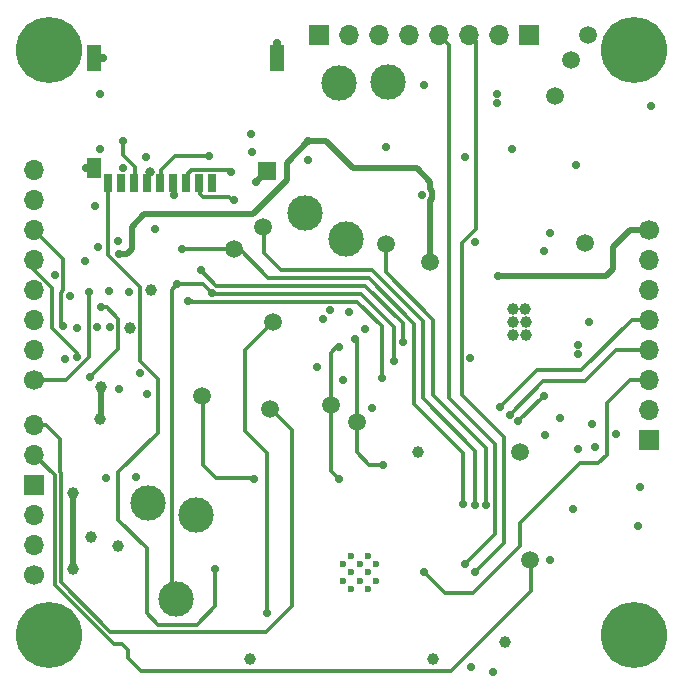
<source format=gbl>
G04 #@! TF.GenerationSoftware,KiCad,Pcbnew,9.0.0*
G04 #@! TF.CreationDate,2025-02-28T23:09:54-08:00*
G04 #@! TF.ProjectId,Constellation Stack V3.0,436f6e73-7465-46c6-9c61-74696f6e2053,rev?*
G04 #@! TF.SameCoordinates,Original*
G04 #@! TF.FileFunction,Copper,L4,Bot*
G04 #@! TF.FilePolarity,Positive*
%FSLAX46Y46*%
G04 Gerber Fmt 4.6, Leading zero omitted, Abs format (unit mm)*
G04 Created by KiCad (PCBNEW 9.0.0) date 2025-02-28 23:09:54*
%MOMM*%
%LPD*%
G01*
G04 APERTURE LIST*
G04 #@! TA.AperFunction,ComponentPad*
%ADD10C,5.600000*%
G04 #@! TD*
G04 #@! TA.AperFunction,HeatsinkPad*
%ADD11C,0.600000*%
G04 #@! TD*
G04 #@! TA.AperFunction,SMDPad,CuDef*
%ADD12C,1.500000*%
G04 #@! TD*
G04 #@! TA.AperFunction,ComponentPad*
%ADD13C,3.000000*%
G04 #@! TD*
G04 #@! TA.AperFunction,ComponentPad*
%ADD14C,1.700000*%
G04 #@! TD*
G04 #@! TA.AperFunction,ComponentPad*
%ADD15O,1.700000X1.700000*%
G04 #@! TD*
G04 #@! TA.AperFunction,ComponentPad*
%ADD16R,1.700000X1.700000*%
G04 #@! TD*
G04 #@! TA.AperFunction,SMDPad,CuDef*
%ADD17R,0.700000X1.600000*%
G04 #@! TD*
G04 #@! TA.AperFunction,SMDPad,CuDef*
%ADD18R,1.200000X1.800000*%
G04 #@! TD*
G04 #@! TA.AperFunction,SMDPad,CuDef*
%ADD19R,1.600000X1.500000*%
G04 #@! TD*
G04 #@! TA.AperFunction,SMDPad,CuDef*
%ADD20R,1.200000X2.200000*%
G04 #@! TD*
G04 #@! TA.AperFunction,ViaPad*
%ADD21C,0.700000*%
G04 #@! TD*
G04 #@! TA.AperFunction,ViaPad*
%ADD22C,1.000000*%
G04 #@! TD*
G04 #@! TA.AperFunction,ViaPad*
%ADD23C,0.800000*%
G04 #@! TD*
G04 #@! TA.AperFunction,Conductor*
%ADD24C,0.500000*%
G04 #@! TD*
G04 #@! TA.AperFunction,Conductor*
%ADD25C,0.250000*%
G04 #@! TD*
G04 #@! TA.AperFunction,Conductor*
%ADD26C,0.300000*%
G04 #@! TD*
G04 APERTURE END LIST*
D10*
X78740000Y-78740000D03*
D11*
X56875000Y-74160000D03*
X56875000Y-72760000D03*
X56175000Y-74860000D03*
X56175000Y-73460000D03*
X56175000Y-72060000D03*
X55475000Y-74160000D03*
X55475000Y-72760000D03*
X54775000Y-74860000D03*
X54775000Y-73460000D03*
X54775000Y-72060000D03*
X54075000Y-74160000D03*
X54075000Y-72760000D03*
D10*
X29210000Y-78740000D03*
X78740000Y-29210000D03*
X29210000Y-29210000D03*
D12*
X48120000Y-52280000D03*
X57680000Y-45700000D03*
D13*
X50820000Y-43060000D03*
D12*
X73360000Y-30080000D03*
D14*
X27940000Y-73660000D03*
D15*
X27940000Y-71120000D03*
X27940000Y-68580001D03*
D16*
X27940000Y-66040000D03*
D15*
X27940000Y-63500000D03*
X27940000Y-60960000D03*
D12*
X53030000Y-59300000D03*
X61440000Y-47150000D03*
D13*
X54360000Y-45240000D03*
X37520000Y-67600000D03*
D12*
X44880000Y-46120000D03*
X47320000Y-44210000D03*
D17*
X43000000Y-40540000D03*
X41900000Y-40540000D03*
X40800000Y-40540000D03*
X39699999Y-40540000D03*
X38600000Y-40540000D03*
X37500000Y-40540001D03*
X36400000Y-40540000D03*
X35300000Y-40540001D03*
X34200000Y-40540000D03*
D18*
X33000000Y-39240000D03*
D19*
X47600000Y-39490000D03*
D20*
X33000000Y-29940000D03*
X48500000Y-29940000D03*
D12*
X74810000Y-27980000D03*
D13*
X39960000Y-75710000D03*
D12*
X71990000Y-33160000D03*
D14*
X27940000Y-57150000D03*
D15*
X27940000Y-54610000D03*
X27940000Y-52070000D03*
X27940000Y-49530000D03*
X27940000Y-46990000D03*
X27940000Y-44450000D03*
X27940000Y-41910000D03*
X27940000Y-39370000D03*
D16*
X69850000Y-27940000D03*
D15*
X67310000Y-27940000D03*
X64770000Y-27940000D03*
X62230000Y-27940000D03*
X59690000Y-27940000D03*
X57150000Y-27940000D03*
X54610000Y-27940000D03*
D16*
X52070000Y-27940000D03*
D12*
X55240000Y-60770000D03*
X69930000Y-72400000D03*
X42170000Y-58540000D03*
D13*
X53740000Y-32020000D03*
X57850000Y-31980000D03*
D12*
X74590000Y-45540000D03*
D13*
X41640000Y-68590000D03*
D12*
X47930000Y-59600000D03*
X69060000Y-63290000D03*
D14*
X80010000Y-44450000D03*
D15*
X80010000Y-46990000D03*
X80010000Y-49530000D03*
X80010000Y-52070000D03*
X80010000Y-54610000D03*
X80010000Y-57150000D03*
X80010000Y-59690000D03*
D16*
X80010000Y-62230000D03*
D21*
X35075200Y-57968599D03*
X33240000Y-52730000D03*
X79234550Y-66280000D03*
X73550432Y-68120432D03*
D22*
X36027500Y-52776000D03*
D21*
X30505871Y-55380000D03*
X29695000Y-48316000D03*
X71618700Y-44730800D03*
X54615000Y-51392576D03*
D22*
X46228000Y-80822800D03*
D21*
X80151362Y-34010000D03*
X38115000Y-44366000D03*
X36557499Y-65352500D03*
D22*
X37775000Y-49546000D03*
X32747499Y-70482500D03*
D23*
X37714205Y-39540308D03*
D21*
X34995000Y-45416000D03*
X71200000Y-61840000D03*
X33055000Y-42426000D03*
X35470000Y-39190000D03*
X37493600Y-58392000D03*
X33520000Y-33000000D03*
X75143300Y-60929599D03*
X60929200Y-32211401D03*
X64881600Y-81493600D03*
X73788700Y-38980800D03*
X33780000Y-29960000D03*
X64848700Y-55300800D03*
X46670000Y-40420000D03*
X55956200Y-52832000D03*
X56490450Y-59570000D03*
X60780000Y-41492501D03*
X35969600Y-49730600D03*
X34310000Y-52690000D03*
X67100000Y-32990000D03*
X51126700Y-38514700D03*
X73988700Y-54950800D03*
X74938700Y-52290800D03*
X65248700Y-45510800D03*
X73998700Y-54220800D03*
D22*
X60401200Y-63271400D03*
D21*
X73959700Y-63019399D03*
X67110000Y-33710000D03*
X32240000Y-47120361D03*
X77190000Y-61730000D03*
X66801600Y-81933600D03*
X31547673Y-52805000D03*
X71098700Y-46290800D03*
X64424731Y-38270801D03*
X52400000Y-52027998D03*
D22*
X61671200Y-80822800D03*
X73360000Y-30080000D03*
D21*
X51900000Y-56070000D03*
X30984252Y-50041698D03*
X46380400Y-37896800D03*
X79010002Y-69500000D03*
X57686200Y-37444199D03*
X34270000Y-49630000D03*
X48520000Y-28630000D03*
X34021734Y-65496735D03*
X68348699Y-37580801D03*
X32280000Y-39260000D03*
X33315000Y-45896000D03*
D22*
X74810000Y-27980000D03*
X69538700Y-52260800D03*
X34987499Y-71212500D03*
X68438700Y-51160800D03*
D21*
X72463300Y-60409599D03*
X53010000Y-51253400D03*
D22*
X68438700Y-52250800D03*
D21*
X54110000Y-57180000D03*
X39730000Y-41490000D03*
D22*
X69538700Y-53360800D03*
D21*
X37388800Y-38277800D03*
X33510000Y-37610000D03*
D22*
X69488700Y-51160800D03*
D21*
X75403300Y-62849599D03*
X36865000Y-56546000D03*
X46278800Y-36347400D03*
D22*
X68438700Y-53360800D03*
D21*
X71600002Y-72457500D03*
D22*
X67771600Y-79373600D03*
X71990000Y-33160000D03*
X74590000Y-45540000D03*
D21*
X51096700Y-36979701D03*
D22*
X33498998Y-60488700D03*
D21*
X35115000Y-46506000D03*
D22*
X33620000Y-57760000D03*
X61440000Y-47150000D03*
D21*
X67210000Y-48370000D03*
X69930000Y-72400000D03*
X30364149Y-52638256D03*
X31540000Y-55270000D03*
X60940000Y-73470000D03*
X71050000Y-58510000D03*
X68880990Y-60661813D03*
X67340000Y-59480000D03*
X68170000Y-60110000D03*
X47930000Y-59600000D03*
X57680000Y-45700000D03*
X66169934Y-67741110D03*
X42170000Y-58540000D03*
X46500000Y-65560000D03*
X47320000Y-44210000D03*
X65270000Y-67730000D03*
X40400000Y-46130000D03*
X64270000Y-67720000D03*
X32570000Y-49710000D03*
X32650000Y-56930000D03*
X33550000Y-51040000D03*
D22*
X31240000Y-66730000D03*
X31240000Y-73210000D03*
D21*
X57370000Y-57010000D03*
X35470000Y-36980000D03*
X40970000Y-50500000D03*
X42767600Y-38252400D03*
X59115000Y-53975000D03*
X42020000Y-47870000D03*
X48120000Y-52280000D03*
X44875000Y-41925000D03*
X47640000Y-76880000D03*
X40030000Y-49080000D03*
X42990000Y-49852400D03*
X58360000Y-55551400D03*
X44600000Y-39530000D03*
X69060000Y-63290000D03*
X53714933Y-54351117D03*
X53720000Y-65560000D03*
X55112053Y-53712103D03*
X57450000Y-64340002D03*
X64390000Y-72800000D03*
X65230000Y-73430000D03*
X43220000Y-73210000D03*
D24*
X33030000Y-39240000D02*
X32300000Y-39240000D01*
X33030000Y-29940000D02*
X33760000Y-29940000D01*
X48520000Y-28630000D02*
X48530000Y-28640000D01*
X33760000Y-29940000D02*
X33780000Y-29960000D01*
X47630000Y-39490000D02*
X47600000Y-39490000D01*
X47600000Y-39490000D02*
X46670000Y-40420000D01*
D25*
X37530000Y-39724513D02*
X37714205Y-39540308D01*
X37530000Y-40540001D02*
X37530000Y-39724513D01*
D24*
X48530000Y-28640000D02*
X48530000Y-29940000D01*
X32300000Y-39240000D02*
X32280000Y-39260000D01*
X39729999Y-40540000D02*
X39729999Y-41489999D01*
X39729999Y-41489999D02*
X39730000Y-41490000D01*
X35774000Y-46506000D02*
X36170000Y-46110000D01*
X36170000Y-46110000D02*
X36170000Y-44220000D01*
X61440000Y-47150000D02*
X61440000Y-41965287D01*
X76920000Y-45880000D02*
X78350000Y-44450000D01*
X76360000Y-48370000D02*
X76920000Y-47810000D01*
X61440000Y-40408800D02*
X60299600Y-39268400D01*
X78350000Y-44450000D02*
X80010000Y-44450000D01*
X33620000Y-57760000D02*
X33620000Y-60367698D01*
X61440000Y-41965287D02*
X61581000Y-41824287D01*
X61581000Y-41160715D02*
X61440000Y-41019715D01*
X52651501Y-36979701D02*
X51096700Y-36979701D01*
X33620000Y-60367698D02*
X33498998Y-60488700D01*
X54940200Y-39268400D02*
X52651501Y-36979701D01*
X37240000Y-43150000D02*
X46422000Y-43150000D01*
X35115000Y-46506000D02*
X35774000Y-46506000D01*
X61581000Y-41824287D02*
X61581000Y-41160715D01*
X36170000Y-44220000D02*
X37240000Y-43150000D01*
X46422000Y-43150000D02*
X49290000Y-40282000D01*
X61440000Y-41019715D02*
X61440000Y-40408800D01*
X49290000Y-40282000D02*
X49290000Y-38786401D01*
X49290000Y-38786401D02*
X51096700Y-36979701D01*
X33540000Y-57840000D02*
X33620000Y-57760000D01*
X60299600Y-39268400D02*
X54940200Y-39268400D01*
X67210000Y-48370000D02*
X76360000Y-48370000D01*
X76920000Y-47810000D02*
X76920000Y-45880000D01*
D26*
X35879501Y-80719501D02*
X35879501Y-80051503D01*
X35879501Y-80051503D02*
X35380997Y-79552999D01*
X34712999Y-79552999D02*
X29660000Y-74500000D01*
X29660000Y-74500000D02*
X29660000Y-65220000D01*
X70020000Y-72490000D02*
X70020000Y-75030000D01*
X29660000Y-65220000D02*
X27940000Y-63500000D01*
X70020000Y-75030000D02*
X63220000Y-81830000D01*
X69930000Y-72400000D02*
X70020000Y-72490000D01*
X35380997Y-79552999D02*
X34712999Y-79552999D01*
X36990000Y-81830000D02*
X35879501Y-80719501D01*
X63220000Y-81830000D02*
X36990000Y-81830000D01*
X30160000Y-49772364D02*
X30396000Y-49536364D01*
X30396000Y-49536364D02*
X30396000Y-46906000D01*
X30364149Y-52638256D02*
X30160000Y-52434107D01*
X30396000Y-46906000D02*
X27940000Y-44450000D01*
X30160000Y-52434107D02*
X30160000Y-49772364D01*
X29459000Y-52808636D02*
X31540000Y-54889636D01*
X27940000Y-46990000D02*
X27940000Y-47831529D01*
X31540000Y-54889636D02*
X31540000Y-55270000D01*
X29459000Y-49350529D02*
X29459000Y-52808636D01*
X27940000Y-47831529D02*
X29459000Y-49350529D01*
X76402300Y-59097700D02*
X78350000Y-57150000D01*
X65050000Y-75220000D02*
X69030000Y-71240000D01*
X74100000Y-64230000D02*
X75670000Y-64230000D01*
X78350000Y-57150000D02*
X80010000Y-57150000D01*
X76402300Y-63497700D02*
X76402300Y-59097700D01*
X60940000Y-73470000D02*
X62690000Y-75220000D01*
X69030000Y-69300000D02*
X74100000Y-64230000D01*
X69030000Y-71240000D02*
X69030000Y-69300000D01*
X62690000Y-75220000D02*
X65050000Y-75220000D01*
X75670000Y-64230000D02*
X76402300Y-63497700D01*
X68880990Y-60661813D02*
X68898187Y-60661813D01*
X68898187Y-60661813D02*
X71050000Y-58510000D01*
X78540000Y-52070000D02*
X80010000Y-52070000D01*
X74250000Y-56360000D02*
X78540000Y-52070000D01*
X70460000Y-56360000D02*
X74250000Y-56360000D01*
X67340000Y-59480000D02*
X70460000Y-56360000D01*
X71000000Y-57280000D02*
X74540000Y-57280000D01*
X77210000Y-54610000D02*
X80010000Y-54610000D01*
X68170000Y-60110000D02*
X71000000Y-57280000D01*
X74540000Y-57280000D02*
X77210000Y-54610000D01*
X30161000Y-74292480D02*
X30161000Y-65012479D01*
X47540000Y-78510000D02*
X34378520Y-78510000D01*
X34378520Y-78510000D02*
X30161000Y-74292480D01*
X49740000Y-76310000D02*
X47540000Y-78510000D01*
X47900000Y-59570000D02*
X49740000Y-61410000D01*
X30161000Y-65012479D02*
X30150000Y-65001479D01*
X30150000Y-65001479D02*
X30150000Y-65001480D01*
X30150000Y-65001480D02*
X30150000Y-62160000D01*
X49740000Y-61410000D02*
X49740000Y-76310000D01*
X30150000Y-62160000D02*
X28950000Y-60960000D01*
X28950000Y-60960000D02*
X27940000Y-60960000D01*
X66169934Y-67741110D02*
X66180000Y-67731044D01*
X61700000Y-58460000D02*
X61700000Y-52080000D01*
X61690000Y-52080000D02*
X57680000Y-48070000D01*
X57680000Y-48070000D02*
X57680000Y-45710000D01*
X61700000Y-52080000D02*
X61690000Y-52080000D01*
X66180000Y-67731044D02*
X66180000Y-62940000D01*
X57680000Y-45710000D02*
X57720000Y-45670000D01*
X66180000Y-62940000D02*
X61700000Y-58460000D01*
X43310000Y-65520000D02*
X46460000Y-65520000D01*
X46460000Y-65520000D02*
X46500000Y-65560000D01*
X42200000Y-64410000D02*
X43310000Y-65520000D01*
X42170000Y-59150000D02*
X42200000Y-59180000D01*
X42170000Y-58540000D02*
X42170000Y-59150000D01*
X42200000Y-59180000D02*
X42200000Y-64410000D01*
X48820000Y-47860000D02*
X56550000Y-47860000D01*
X56550000Y-47860000D02*
X60860000Y-52170000D01*
X60860000Y-58740000D02*
X65280000Y-63160000D01*
X65280000Y-67720000D02*
X65270000Y-67730000D01*
X47370000Y-44260000D02*
X47370000Y-46410000D01*
X47320000Y-44210000D02*
X47370000Y-44260000D01*
X65280000Y-63160000D02*
X65280000Y-67720000D01*
X60860000Y-52170000D02*
X60860000Y-58740000D01*
X47370000Y-46410000D02*
X48820000Y-47860000D01*
X60090000Y-52420000D02*
X56240000Y-48570000D01*
X56240000Y-48533350D02*
X56236650Y-48530000D01*
X64270000Y-63360000D02*
X60090000Y-59180000D01*
X44870000Y-46130000D02*
X40400000Y-46130000D01*
X56236650Y-48530000D02*
X47720000Y-48530000D01*
X44880000Y-46120000D02*
X44870000Y-46130000D01*
X47720000Y-48530000D02*
X45310000Y-46120000D01*
X45310000Y-46120000D02*
X44880000Y-46120000D01*
X64270000Y-67720000D02*
X64270000Y-63360000D01*
X60090000Y-59180000D02*
X60090000Y-52420000D01*
X32570000Y-52408636D02*
X32539000Y-52439636D01*
X30651364Y-57150000D02*
X27940000Y-57150000D01*
X32550000Y-53031364D02*
X32550000Y-55251364D01*
X32539000Y-53020364D02*
X32550000Y-53031364D01*
X32570000Y-49710000D02*
X32570000Y-52408636D01*
X32550000Y-55251364D02*
X30651364Y-57150000D01*
X32539000Y-52439636D02*
X32539000Y-53020364D01*
X35030000Y-53760000D02*
X35011000Y-53779000D01*
X34070000Y-51040000D02*
X35030000Y-52000000D01*
X35030000Y-52000000D02*
X35030000Y-53760000D01*
X33550000Y-51040000D02*
X34070000Y-51040000D01*
X35011000Y-53779000D02*
X35011000Y-54569000D01*
X35011000Y-54569000D02*
X32650000Y-56930000D01*
D24*
X31240000Y-66730000D02*
X31240000Y-73210000D01*
D26*
X35470000Y-38150000D02*
X36430000Y-39110000D01*
X41270000Y-50500000D02*
X41323400Y-50553400D01*
X55293400Y-50553400D02*
X57370000Y-52630000D01*
X36430000Y-39110000D02*
X36430000Y-40540000D01*
X57370000Y-52630000D02*
X57370000Y-57010000D01*
X41323400Y-50553400D02*
X55293400Y-50553400D01*
X40970000Y-50500000D02*
X41270000Y-50500000D01*
X35470000Y-36980000D02*
X35470000Y-38150000D01*
X55948467Y-49208467D02*
X59115000Y-52375000D01*
X43356700Y-49206700D02*
X55948467Y-49206700D01*
X38630000Y-39440000D02*
X39817600Y-38252400D01*
X59115000Y-52375000D02*
X59115000Y-53975000D01*
X38630000Y-40540000D02*
X38630000Y-39440000D01*
X39817600Y-38252400D02*
X42767600Y-38252400D01*
X55948467Y-49206700D02*
X55948467Y-49208467D01*
X42020000Y-47870000D02*
X43356700Y-49206700D01*
X44673000Y-41925000D02*
X44439000Y-41691000D01*
X42221000Y-41691000D02*
X41930000Y-41400000D01*
X45760000Y-61480000D02*
X47640000Y-63360000D01*
X44875000Y-41925000D02*
X44673000Y-41925000D01*
X41930000Y-41400000D02*
X41930000Y-40540000D01*
X45760000Y-54640000D02*
X45760000Y-61480000D01*
X48120000Y-52280000D02*
X45760000Y-54640000D01*
X47640000Y-63360000D02*
X47640000Y-76880000D01*
X44439000Y-41691000D02*
X42221000Y-41691000D01*
X41229000Y-39389000D02*
X44459000Y-39389000D01*
X43057600Y-49920000D02*
X42990000Y-49852400D01*
X40030000Y-49080000D02*
X40040000Y-49090000D01*
X40040000Y-49090000D02*
X42227600Y-49090000D01*
X55590000Y-49900000D02*
X55590000Y-49880050D01*
X40030000Y-49080000D02*
X39590000Y-49520000D01*
X39590000Y-49520000D02*
X39590000Y-75250000D01*
X55590000Y-49880050D02*
X43057600Y-49880050D01*
X40830000Y-40540000D02*
X40830000Y-39788000D01*
X42227600Y-49090000D02*
X42990000Y-49852400D01*
X40830000Y-39788000D02*
X41229000Y-39389000D01*
X44459000Y-39389000D02*
X44600000Y-39530000D01*
X58360000Y-55551400D02*
X58360000Y-52670000D01*
X39590000Y-75250000D02*
X39960000Y-75620000D01*
X58360000Y-52670000D02*
X55590000Y-49900000D01*
X53050000Y-64890000D02*
X53050000Y-62330000D01*
X53227526Y-54691872D02*
X53227526Y-54681969D01*
X53030000Y-62310000D02*
X53030000Y-54889398D01*
X53227526Y-54681969D02*
X53558378Y-54351117D01*
X53030000Y-54889398D02*
X53227526Y-54691872D01*
X53720000Y-65560000D02*
X53050000Y-64890000D01*
X53050000Y-62330000D02*
X53030000Y-62310000D01*
X53558378Y-54351117D02*
X53714933Y-54351117D01*
X56270002Y-64340002D02*
X57450000Y-64340002D01*
X55112053Y-53712103D02*
X55240000Y-53840050D01*
X55240000Y-53840050D02*
X55240000Y-63310000D01*
X55240000Y-63310000D02*
X56270002Y-64340002D01*
X62230000Y-27940000D02*
X63080000Y-28790000D01*
X66950000Y-62580000D02*
X66950000Y-70240000D01*
X63080000Y-28790000D02*
X63080000Y-58710000D01*
X63080000Y-58710000D02*
X66950000Y-62580000D01*
X66950000Y-70240000D02*
X64390000Y-72800000D01*
X67672000Y-61992000D02*
X67672000Y-70988000D01*
X64770000Y-27940000D02*
X65350000Y-28520000D01*
X64147700Y-45620436D02*
X64147700Y-58467700D01*
X67672000Y-70988000D02*
X65230000Y-73430000D01*
X65350000Y-44418136D02*
X64147700Y-45620436D01*
X65350000Y-28520000D02*
X65350000Y-44418136D01*
X64147700Y-58467700D02*
X67672000Y-61992000D01*
X43250000Y-73240000D02*
X43220000Y-73210000D01*
X34200000Y-40540000D02*
X34200000Y-46582364D01*
X38440000Y-77900000D02*
X41690000Y-77900000D01*
X37490000Y-71400000D02*
X37490000Y-76950000D01*
X38370000Y-61660000D02*
X35060000Y-64970000D01*
X41690000Y-77900000D02*
X43250000Y-76340000D01*
X35060000Y-69000000D02*
X37460000Y-71400000D01*
X37490000Y-76950000D02*
X38440000Y-77900000D01*
X35060000Y-64970000D02*
X35060000Y-69000000D01*
X36924000Y-55613636D02*
X38370000Y-57059636D01*
X36924000Y-49306364D02*
X36924000Y-55613636D01*
X38370000Y-57059636D02*
X38370000Y-61660000D01*
X34200000Y-46582364D02*
X36924000Y-49306364D01*
X43250000Y-76340000D02*
X43250000Y-73240000D01*
X37460000Y-71400000D02*
X37490000Y-71400000D01*
M02*

</source>
